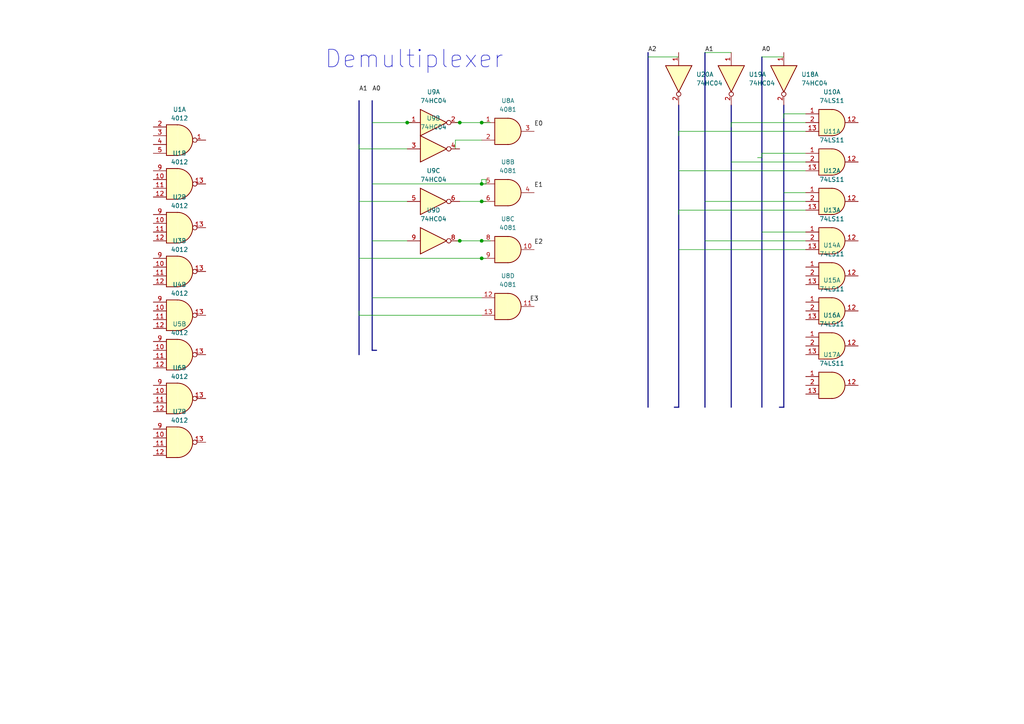
<source format=kicad_sch>
(kicad_sch (version 20250114) (generator "eeschema") (generator_version "9.0")
  (paper "A4")
  (lib_symbols
    (symbol "4xxx:4012" (pin_names (offset 1.016))
      (property "Reference" "U" (at 0 1.27 0))
      (property "Value" "4012" (at 0 -1.27 0))
      (symbol "4012_1_1"
        (arc (start -0.635 4.445) (mid 3.7907 0) (end -0.635 -4.445) (stroke (width 0.254)) (fill (type background)))
        (polyline (pts (xy -0.635 4.445) (xy -3.81 4.445) (xy -3.81 -4.445) (xy -0.635 -4.445)) (stroke (width 0.254)) (fill (type background)))
        (pin input line (at -7.62 3.81 0) (length 3.81) (name "~") (number "2"))
        (pin input line (at -7.62 1.27 0) (length 3.81) (name "~") (number "3"))
        (pin input line (at -7.62 -1.27 0) (length 3.81) (name "~") (number "4"))
        (pin input line (at -7.62 -3.81 0) (length 3.81) (name "~") (number "5"))
        (pin output inverted (at 7.62 0 180) (length 3.81) (name "~") (number "1"))
      )
      (symbol "4012_1_2"
        (arc (start -3.81 4.445) (mid -2.5908 0) (end -3.81 -4.445) (stroke (width 0.254)))
        (polyline (pts (xy -3.81 4.445) (xy -0.635 4.445)) (stroke (width 0.254)) (fill (type background)))
        (polyline (pts (xy -3.81 -4.445) (xy -0.635 -4.445)) (stroke (width 0.254)) (fill (type background)))
        (arc (start -0.6096 4.445) (mid 2.2198 2.8385) (end 3.81 0) (stroke (width 0.254)) (fill (type background)))
        (arc (start 3.81 0) (mid 2.224 -2.8428) (end -0.6096 -4.445) (stroke (width 0.254)) (fill (type background)))
        (polyline (pts (xy -0.635 4.445) (xy -3.81 4.445) (xy -3.81 4.445) (xy -3.6322 4.0894) (xy -3.0988 2.921) (xy -2.7686 1.6764) (xy -2.6162 0.4318) (xy -2.6416 -0.8636) (xy -2.8702 -2.1082) (xy -3.2512 -3.3274) (xy -3.81 -4.445) (xy -3.81 -4.445) (xy -0.635 -4.445)) (stroke (width -25.4)) (fill (type background)))
        (pin input inverted (at -7.62 3.81 0) (length 3.81) (name "~") (number "2"))
        (pin input inverted (at -7.62 1.27 0) (length 4.826) (name "~") (number "3"))
        (pin input inverted (at -7.62 -1.27 0) (length 4.826) (name "~") (number "4"))
        (pin input inverted (at -7.62 -3.81 0) (length 3.81) (name "~") (number "5"))
        (pin output line (at 7.62 0 180) (length 3.81) (name "~") (number "1"))
      )
      (symbol "4012_2_1"
        (arc (start -0.635 4.445) (mid 3.7907 0) (end -0.635 -4.445) (stroke (width 0.254)) (fill (type background)))
        (polyline (pts (xy -0.635 4.445) (xy -3.81 4.445) (xy -3.81 -4.445) (xy -0.635 -4.445)) (stroke (width 0.254)) (fill (type background)))
        (pin input line (at -7.62 3.81 0) (length 3.81) (name "~") (number "9"))
        (pin input line (at -7.62 1.27 0) (length 3.81) (name "~") (number "10"))
        (pin input line (at -7.62 -1.27 0) (length 3.81) (name "~") (number "11"))
        (pin input line (at -7.62 -3.81 0) (length 3.81) (name "~") (number "12"))
        (pin output inverted (at 7.62 0 180) (length 3.81) (name "~") (number "13"))
      )
      (symbol "4012_2_2"
        (arc (start -3.81 4.445) (mid -2.5908 0) (end -3.81 -4.445) (stroke (width 0.254)))
        (polyline (pts (xy -3.81 4.445) (xy -0.635 4.445)) (stroke (width 0.254)) (fill (type background)))
        (polyline (pts (xy -3.81 -4.445) (xy -0.635 -4.445)) (stroke (width 0.254)) (fill (type background)))
        (arc (start -0.6096 4.445) (mid 2.2198 2.8385) (end 3.81 0) (stroke (width 0.254)) (fill (type background)))
        (arc (start 3.81 0) (mid 2.224 -2.8428) (end -0.6096 -4.445) (stroke (width 0.254)) (fill (type background)))
        (polyline (pts (xy -0.635 4.445) (xy -3.81 4.445) (xy -3.81 4.445) (xy -3.6322 4.0894) (xy -3.0988 2.921) (xy -2.7686 1.6764) (xy -2.6162 0.4318) (xy -2.6416 -0.8636) (xy -2.8702 -2.1082) (xy -3.2512 -3.3274) (xy -3.81 -4.445) (xy -3.81 -4.445) (xy -0.635 -4.445)) (stroke (width -25.4)) (fill (type background)))
        (pin input inverted (at -7.62 3.81 0) (length 3.81) (name "~") (number "9"))
        (pin input inverted (at -7.62 1.27 0) (length 4.826) (name "~") (number "10"))
        (pin input inverted (at -7.62 -1.27 0) (length 4.826) (name "~") (number "11"))
        (pin input inverted (at -7.62 -3.81 0) (length 3.81) (name "~") (number "12"))
        (pin output line (at 7.62 0 180) (length 3.81) (name "~") (number "13"))
      )
      (symbol "4012_3_0"
        (pin power_in line (at 0 12.7 270) (length 5.08) (name "VDD") (number "14"))
        (pin power_in line (at 0 -12.7 90) (length 5.08) (name "VSS") (number "7"))
      )
      (symbol "4012_3_1"
        (rectangle (start -5.08 7.62) (end 5.08 -7.62) (stroke (width 0.254)) (fill (type background)))
      )
    )
    (symbol "4xxx:4081" (pin_names (offset 1.016))
      (property "Reference" "U" (at 0 1.27 0))
      (property "Value" "4081" (at 0 -1.27 0))
      (symbol "4081_1_1"
        (arc (start 0 3.81) (mid 3.7934 0) (end 0 -3.81) (stroke (width 0.254)) (fill (type background)))
        (polyline (pts (xy 0 3.81) (xy -3.81 3.81) (xy -3.81 -3.81) (xy 0 -3.81)) (stroke (width 0.254)) (fill (type background)))
        (pin input line (at -7.62 2.54 0) (length 3.81) (name "~") (number "1"))
        (pin input line (at -7.62 -2.54 0) (length 3.81) (name "~") (number "2"))
        (pin output line (at 7.62 0 180) (length 3.81) (name "~") (number "3"))
      )
      (symbol "4081_1_2"
        (arc (start -3.81 3.81) (mid -2.589 0) (end -3.81 -3.81) (stroke (width 0.254)))
        (polyline (pts (xy -3.81 3.81) (xy -0.635 3.81)) (stroke (width 0.254)) (fill (type background)))
        (polyline (pts (xy -3.81 -3.81) (xy -0.635 -3.81)) (stroke (width 0.254)) (fill (type background)))
        (arc (start 3.81 0) (mid 2.1855 -2.584) (end -0.6096 -3.81) (stroke (width 0.254)) (fill (type background)))
        (arc (start -0.6096 3.81) (mid 2.1928 2.5924) (end 3.81 0) (stroke (width 0.254)) (fill (type background)))
        (polyline (pts (xy -0.635 3.81) (xy -3.81 3.81) (xy -3.81 3.81) (xy -3.556 3.4036) (xy -3.0226 2.2606) (xy -2.6924 1.0414) (xy -2.6162 -0.254) (xy -2.7686 -1.4986) (xy -3.175 -2.7178) (xy -3.81 -3.81) (xy -3.81 -3.81) (xy -0.635 -3.81)) (stroke (width -25.4)) (fill (type background)))
        (pin input inverted (at -7.62 2.54 0) (length 4.318) (name "~") (number "1"))
        (pin input inverted (at -7.62 -2.54 0) (length 4.318) (name "~") (number "2"))
        (pin output inverted (at 7.62 0 180) (length 3.81) (name "~") (number "3"))
      )
      (symbol "4081_2_1"
        (arc (start 0 3.81) (mid 3.7934 0) (end 0 -3.81) (stroke (width 0.254)) (fill (type background)))
        (polyline (pts (xy 0 3.81) (xy -3.81 3.81) (xy -3.81 -3.81) (xy 0 -3.81)) (stroke (width 0.254)) (fill (type background)))
        (pin input line (at -7.62 2.54 0) (length 3.81) (name "~") (number "5"))
        (pin input line (at -7.62 -2.54 0) (length 3.81) (name "~") (number "6"))
        (pin output line (at 7.62 0 180) (length 3.81) (name "~") (number "4"))
      )
      (symbol "4081_2_2"
        (arc (start -3.81 3.81) (mid -2.589 0) (end -3.81 -3.81) (stroke (width 0.254)))
        (polyline (pts (xy -3.81 3.81) (xy -0.635 3.81)) (stroke (width 0.254)) (fill (type background)))
        (polyline (pts (xy -3.81 -3.81) (xy -0.635 -3.81)) (stroke (width 0.254)) (fill (type background)))
        (arc (start 3.81 0) (mid 2.1855 -2.584) (end -0.6096 -3.81) (stroke (width 0.254)) (fill (type background)))
        (arc (start -0.6096 3.81) (mid 2.1928 2.5924) (end 3.81 0) (stroke (width 0.254)) (fill (type background)))
        (polyline (pts (xy -0.635 3.81) (xy -3.81 3.81) (xy -3.81 3.81) (xy -3.556 3.4036) (xy -3.0226 2.2606) (xy -2.6924 1.0414) (xy -2.6162 -0.254) (xy -2.7686 -1.4986) (xy -3.175 -2.7178) (xy -3.81 -3.81) (xy -3.81 -3.81) (xy -0.635 -3.81)) (stroke (width -25.4)) (fill (type background)))
        (pin input inverted (at -7.62 2.54 0) (length 4.318) (name "~") (number "5"))
        (pin input inverted (at -7.62 -2.54 0) (length 4.318) (name "~") (number "6"))
        (pin output inverted (at 7.62 0 180) (length 3.81) (name "~") (number "4"))
      )
      (symbol "4081_3_1"
        (arc (start 0 3.81) (mid 3.7934 0) (end 0 -3.81) (stroke (width 0.254)) (fill (type background)))
        (polyline (pts (xy 0 3.81) (xy -3.81 3.81) (xy -3.81 -3.81) (xy 0 -3.81)) (stroke (width 0.254)) (fill (type background)))
        (pin input line (at -7.62 2.54 0) (length 3.81) (name "~") (number "8"))
        (pin input line (at -7.62 -2.54 0) (length 3.81) (name "~") (number "9"))
        (pin output line (at 7.62 0 180) (length 3.81) (name "~") (number "10"))
      )
      (symbol "4081_3_2"
        (arc (start -3.81 3.81) (mid -2.589 0) (end -3.81 -3.81) (stroke (width 0.254)))
        (polyline (pts (xy -3.81 3.81) (xy -0.635 3.81)) (stroke (width 0.254)) (fill (type background)))
        (polyline (pts (xy -3.81 -3.81) (xy -0.635 -3.81)) (stroke (width 0.254)) (fill (type background)))
        (arc (start 3.81 0) (mid 2.1855 -2.584) (end -0.6096 -3.81) (stroke (width 0.254)) (fill (type background)))
        (arc (start -0.6096 3.81) (mid 2.1928 2.5924) (end 3.81 0) (stroke (width 0.254)) (fill (type background)))
        (polyline (pts (xy -0.635 3.81) (xy -3.81 3.81) (xy -3.81 3.81) (xy -3.556 3.4036) (xy -3.0226 2.2606) (xy -2.6924 1.0414) (xy -2.6162 -0.254) (xy -2.7686 -1.4986) (xy -3.175 -2.7178) (xy -3.81 -3.81) (xy -3.81 -3.81) (xy -0.635 -3.81)) (stroke (width -25.4)) (fill (type background)))
        (pin input inverted (at -7.62 2.54 0) (length 4.318) (name "~") (number "8"))
        (pin input inverted (at -7.62 -2.54 0) (length 4.318) (name "~") (number "9"))
        (pin output inverted (at 7.62 0 180) (length 3.81) (name "~") (number "10"))
      )
      (symbol "4081_4_1"
        (arc (start 0 3.81) (mid 3.7934 0) (end 0 -3.81) (stroke (width 0.254)) (fill (type background)))
        (polyline (pts (xy 0 3.81) (xy -3.81 3.81) (xy -3.81 -3.81) (xy 0 -3.81)) (stroke (width 0.254)) (fill (type background)))
        (pin input line (at -7.62 2.54 0) (length 3.81) (name "~") (number "12"))
        (pin input line (at -7.62 -2.54 0) (length 3.81) (name "~") (number "13"))
        (pin output line (at 7.62 0 180) (length 3.81) (name "~") (number "11"))
      )
      (symbol "4081_4_2"
        (arc (start -3.81 3.81) (mid -2.589 0) (end -3.81 -3.81) (stroke (width 0.254)))
        (polyline (pts (xy -3.81 3.81) (xy -0.635 3.81)) (stroke (width 0.254)) (fill (type background)))
        (polyline (pts (xy -3.81 -3.81) (xy -0.635 -3.81)) (stroke (width 0.254)) (fill (type background)))
        (arc (start 3.81 0) (mid 2.1855 -2.584) (end -0.6096 -3.81) (stroke (width 0.254)) (fill (type background)))
        (arc (start -0.6096 3.81) (mid 2.1928 2.5924) (end 3.81 0) (stroke (width 0.254)) (fill (type background)))
        (polyline (pts (xy -0.635 3.81) (xy -3.81 3.81) (xy -3.81 3.81) (xy -3.556 3.4036) (xy -3.0226 2.2606) (xy -2.6924 1.0414) (xy -2.6162 -0.254) (xy -2.7686 -1.4986) (xy -3.175 -2.7178) (xy -3.81 -3.81) (xy -3.81 -3.81) (xy -0.635 -3.81)) (stroke (width -25.4)) (fill (type background)))
        (pin input inverted (at -7.62 2.54 0) (length 4.318) (name "~") (number "12"))
        (pin input inverted (at -7.62 -2.54 0) (length 4.318) (name "~") (number "13"))
        (pin output inverted (at 7.62 0 180) (length 3.81) (name "~") (number "11"))
      )
      (symbol "4081_5_0"
        (pin power_in line (at 0 12.7 270) (length 5.08) (name "VDD") (number "14"))
        (pin power_in line (at 0 -12.7 90) (length 5.08) (name "VSS") (number "7"))
      )
      (symbol "4081_5_1"
        (rectangle (start -5.08 7.62) (end 5.08 -7.62) (stroke (width 0.254)) (fill (type background)))
      )
    )
    (symbol "74xx:74HC04"
      (property "Reference" "U" (at 0 1.27 0))
      (property "Value" "74HC04" (at 0 -1.27 0))
      (symbol "74HC04_1_0"
        (polyline (pts (xy -3.81 3.81) (xy -3.81 -3.81) (xy 3.81 0) (xy -3.81 3.81)) (stroke (width 0.254)) (fill (type background)))
        (pin input line (at -7.62 0 0) (length 3.81) (name "~") (number "1"))
        (pin output inverted (at 7.62 0 180) (length 3.81) (name "~") (number "2"))
      )
      (symbol "74HC04_2_0"
        (polyline (pts (xy -3.81 3.81) (xy -3.81 -3.81) (xy 3.81 0) (xy -3.81 3.81)) (stroke (width 0.254)) (fill (type background)))
        (pin input line (at -7.62 0 0) (length 3.81) (name "~") (number "3"))
        (pin output inverted (at 7.62 0 180) (length 3.81) (name "~") (number "4"))
      )
      (symbol "74HC04_3_0"
        (polyline (pts (xy -3.81 3.81) (xy -3.81 -3.81) (xy 3.81 0) (xy -3.81 3.81)) (stroke (width 0.254)) (fill (type background)))
        (pin input line (at -7.62 0 0) (length 3.81) (name "~") (number "5"))
        (pin output inverted (at 7.62 0 180) (length 3.81) (name "~") (number "6"))
      )
      (symbol "74HC04_4_0"
        (polyline (pts (xy -3.81 3.81) (xy -3.81 -3.81) (xy 3.81 0) (xy -3.81 3.81)) (stroke (width 0.254)) (fill (type background)))
        (pin input line (at -7.62 0 0) (length 3.81) (name "~") (number "9"))
        (pin output inverted (at 7.62 0 180) (length 3.81) (name "~") (number "8"))
      )
      (symbol "74HC04_5_0"
        (polyline (pts (xy -3.81 3.81) (xy -3.81 -3.81) (xy 3.81 0) (xy -3.81 3.81)) (stroke (width 0.254)) (fill (type background)))
        (pin input line (at -7.62 0 0) (length 3.81) (name "~") (number "11"))
        (pin output inverted (at 7.62 0 180) (length 3.81) (name "~") (number "10"))
      )
      (symbol "74HC04_6_0"
        (polyline (pts (xy -3.81 3.81) (xy -3.81 -3.81) (xy 3.81 0) (xy -3.81 3.81)) (stroke (width 0.254)) (fill (type background)))
        (pin input line (at -7.62 0 0) (length 3.81) (name "~") (number "13"))
        (pin output inverted (at 7.62 0 180) (length 3.81) (name "~") (number "12"))
      )
      (symbol "74HC04_7_0"
        (pin power_in line (at 0 12.7 270) (length 5.08) (name "VCC") (number "14"))
        (pin power_in line (at 0 -12.7 90) (length 5.08) (name "GND") (number "7"))
      )
      (symbol "74HC04_7_1"
        (rectangle (start -5.08 7.62) (end 5.08 -7.62) (stroke (width 0.254)) (fill (type background)))
      )
    )
    (symbol "74xx:74LS11" (pin_names (offset 1.016))
      (property "Reference" "U" (at 0 1.27 0))
      (property "Value" "74LS11" (at 0 -1.27 0))
      (symbol "74LS11_1_1"
        (arc (start 0 3.81) (mid 3.7934 0) (end 0 -3.81) (stroke (width 0.254)) (fill (type background)))
        (polyline (pts (xy 0 3.81) (xy -3.81 3.81) (xy -3.81 -3.81) (xy 0 -3.81)) (stroke (width 0.254)) (fill (type background)))
        (pin input line (at -7.62 2.54 0) (length 3.81) (name "~") (number "1"))
        (pin input line (at -7.62 0 0) (length 3.81) (name "~") (number "2"))
        (pin input line (at -7.62 -2.54 0) (length 3.81) (name "~") (number "13"))
        (pin output line (at 7.62 0 180) (length 3.81) (name "~") (number "12"))
      )
      (symbol "74LS11_1_2"
        (arc (start -3.81 3.81) (mid -2.589 0) (end -3.81 -3.81) (stroke (width 0.254)))
        (polyline (pts (xy -3.81 3.81) (xy -0.635 3.81)) (stroke (width 0.254)) (fill (type background)))
        (polyline (pts (xy -3.81 -3.81) (xy -0.635 -3.81)) (stroke (width 0.254)) (fill (type background)))
        (arc (start 3.81 0) (mid 2.1855 -2.584) (end -0.6096 -3.81) (stroke (width 0.254)) (fill (type background)))
        (arc (start -0.6096 3.81) (mid 2.1928 2.5924) (end 3.81 0) (stroke (width 0.254)) (fill (type background)))
        (polyline (pts (xy -0.635 3.81) (xy -3.81 3.81) (xy -3.81 3.81) (xy -3.556 3.4036) (xy -3.0226 2.2606) (xy -2.6924 1.0414) (xy -2.6162 -0.254) (xy -2.7686 -1.4986) (xy -3.175 -2.7178) (xy -3.81 -3.81) (xy -3.81 -3.81) (xy -0.635 -3.81)) (stroke (width -25.4)) (fill (type background)))
        (pin input inverted (at -7.62 2.54 0) (length 4.318) (name "~") (number "1"))
        (pin input inverted (at -7.62 0 0) (length 4.953) (name "~") (number "2"))
        (pin input inverted (at -7.62 -2.54 0) (length 4.318) (name "~") (number "13"))
        (pin output inverted (at 7.62 0 180) (length 3.81) (name "~") (number "12"))
      )
      (symbol "74LS11_2_1"
        (arc (start 0 3.81) (mid 3.7934 0) (end 0 -3.81) (stroke (width 0.254)) (fill (type background)))
        (polyline (pts (xy 0 3.81) (xy -3.81 3.81) (xy -3.81 -3.81) (xy 0 -3.81)) (stroke (width 0.254)) (fill (type background)))
        (pin input line (at -7.62 2.54 0) (length 3.81) (name "~") (number "3"))
        (pin input line (at -7.62 0 0) (length 3.81) (name "~") (number "4"))
        (pin input line (at -7.62 -2.54 0) (length 3.81) (name "~") (number "5"))
        (pin output line (at 7.62 0 180) (length 3.81) (name "~") (number "6"))
      )
      (symbol "74LS11_2_2"
        (arc (start -3.81 3.81) (mid -2.589 0) (end -3.81 -3.81) (stroke (width 0.254)))
        (polyline (pts (xy -3.81 3.81) (xy -0.635 3.81)) (stroke (width 0.254)) (fill (type background)))
        (polyline (pts (xy -3.81 -3.81) (xy -0.635 -3.81)) (stroke (width 0.254)) (fill (type background)))
        (arc (start 3.81 0) (mid 2.1855 -2.584) (end -0.6096 -3.81) (stroke (width 0.254)) (fill (type background)))
        (arc (start -0.6096 3.81) (mid 2.1928 2.5924) (end 3.81 0) (stroke (width 0.254)) (fill (type background)))
        (polyline (pts (xy -0.635 3.81) (xy -3.81 3.81) (xy -3.81 3.81) (xy -3.556 3.4036) (xy -3.0226 2.2606) (xy -2.6924 1.0414) (xy -2.6162 -0.254) (xy -2.7686 -1.4986) (xy -3.175 -2.7178) (xy -3.81 -3.81) (xy -3.81 -3.81) (xy -0.635 -3.81)) (stroke (width -25.4)) (fill (type background)))
        (pin input inverted (at -7.62 2.54 0) (length 4.318) (name "~") (number "3"))
        (pin input inverted (at -7.62 0 0) (length 4.953) (name "~") (number "4"))
        (pin input inverted (at -7.62 -2.54 0) (length 4.318) (name "~") (number "5"))
        (pin output inverted (at 7.62 0 180) (length 3.81) (name "~") (number "6"))
      )
      (symbol "74LS11_3_1"
        (arc (start 0 3.81) (mid 3.7934 0) (end 0 -3.81) (stroke (width 0.254)) (fill (type background)))
        (polyline (pts (xy 0 3.81) (xy -3.81 3.81) (xy -3.81 -3.81) (xy 0 -3.81)) (stroke (width 0.254)) (fill (type background)))
        (pin input line (at -7.62 2.54 0) (length 3.81) (name "~") (number "9"))
        (pin input line (at -7.62 0 0) (length 3.81) (name "~") (number "10"))
        (pin input line (at -7.62 -2.54 0) (length 3.81) (name "~") (number "11"))
        (pin output line (at 7.62 0 180) (length 3.81) (name "~") (number "8"))
      )
      (symbol "74LS11_3_2"
        (arc (start -3.81 3.81) (mid -2.589 0) (end -3.81 -3.81) (stroke (width 0.254)))
        (polyline (pts (xy -3.81 3.81) (xy -0.635 3.81)) (stroke (width 0.254)) (fill (type background)))
        (polyline (pts (xy -3.81 -3.81) (xy -0.635 -3.81)) (stroke (width 0.254)) (fill (type background)))
        (arc (start 3.81 0) (mid 2.1855 -2.584) (end -0.6096 -3.81) (stroke (width 0.254)) (fill (type background)))
        (arc (start -0.6096 3.81) (mid 2.1928 2.5924) (end 3.81 0) (stroke (width 0.254)) (fill (type background)))
        (polyline (pts (xy -0.635 3.81) (xy -3.81 3.81) (xy -3.81 3.81) (xy -3.556 3.4036) (xy -3.0226 2.2606) (xy -2.6924 1.0414) (xy -2.6162 -0.254) (xy -2.7686 -1.4986) (xy -3.175 -2.7178) (xy -3.81 -3.81) (xy -3.81 -3.81) (xy -0.635 -3.81)) (stroke (width -25.4)) (fill (type background)))
        (pin input inverted (at -7.62 2.54 0) (length 4.318) (name "~") (number "9"))
        (pin input inverted (at -7.62 0 0) (length 4.953) (name "~") (number "10"))
        (pin input inverted (at -7.62 -2.54 0) (length 4.318) (name "~") (number "11"))
        (pin output inverted (at 7.62 0 180) (length 3.81) (name "~") (number "8"))
      )
      (symbol "74LS11_4_0"
        (pin power_in line (at 0 12.7 270) (length 5.08) (name "VCC") (number "14"))
        (pin power_in line (at 0 -12.7 90) (length 5.08) (name "GND") (number "7"))
      )
      (symbol "74LS11_4_1"
        (rectangle (start -5.08 7.62) (end 5.08 -7.62) (stroke (width 0.254)) (fill (type background)))
      )
    )
  )
  (text "Demultiplexer\n" (at 120.142 17.272 0) (effects (font (size 5.08 5.08))))
  (junction (at 139.7 53.34))
  (junction (at 118.11 35.56))
  (junction (at 139.7 35.56))
  (junction (at 139.7 69.85))
  (junction (at 133.35 35.56))
  (junction (at 139.7 74.93))
  (junction (at 133.35 69.85))
  (junction (at 139.7 58.42))
  (bus (pts (xy 104.14 29.21) (xy 104.14 102.87)))
  (wire (pts (xy 132.08 40.64) (xy 132.08 43.18)))
  (bus (pts (xy 107.95 101.6) (xy 109.22 101.6)))
  (wire (pts (xy 139.7 35.56) (xy 142.24 35.56)))
  (wire (pts (xy 107.95 35.56) (xy 118.11 35.56)))
  (wire (pts (xy 139.7 53.34) (xy 140.97 53.34)))
  (wire (pts (xy 212.09 46.99) (xy 233.68 46.99)))
  (wire (pts (xy 133.35 69.85) (xy 139.7 69.85)))
  (wire (pts (xy 139.7 40.64) (xy 132.08 40.64)))
  (wire (pts (xy 132.08 69.85) (xy 133.35 69.85)))
  (bus (pts (xy 227.33 30.48) (xy 227.33 118.11)))
  (wire (pts (xy 107.95 69.85) (xy 118.11 69.85)))
  (wire (pts (xy 139.7 58.42) (xy 140.97 58.42)))
  (bus (pts (xy 107.95 29.21) (xy 107.95 101.6)))
  (wire (pts (xy 227.33 55.88) (xy 233.68 55.88)))
  (wire (pts (xy 139.7 52.07) (xy 139.7 53.34)))
  (wire (pts (xy 233.68 44.45) (xy 220.98 44.45)))
  (wire (pts (xy 227.33 33.02) (xy 227.33 34.29)))
  (wire (pts (xy 118.11 43.18) (xy 104.14 43.18)))
  (wire (pts (xy 196.85 72.39) (xy 233.68 72.39)))
  (wire (pts (xy 140.97 53.34) (xy 140.97 52.07)))
  (wire (pts (xy 140.97 52.07) (xy 139.7 52.07)))
  (wire (pts (xy 133.35 35.56) (xy 139.7 35.56)))
  (wire (pts (xy 220.98 16.51) (xy 227.33 16.51)))
  (wire (pts (xy 196.85 38.1) (xy 196.85 39.37)))
  (wire (pts (xy 220.98 44.45) (xy 220.98 45.72)))
  (wire (pts (xy 139.7 74.93) (xy 140.97 74.93)))
  (wire (pts (xy 219.71 45.72) (xy 220.98 45.72)))
  (bus (pts (xy 226.06 118.11) (xy 227.33 118.11)))
  (wire (pts (xy 139.7 69.85) (xy 142.24 69.85)))
  (wire (pts (xy 187.96 16.51) (xy 196.85 16.51)))
  (wire (pts (xy 204.47 15.24) (xy 212.09 15.24)))
  (wire (pts (xy 104.14 74.93) (xy 139.7 74.93)))
  (wire (pts (xy 233.68 60.96) (xy 196.85 60.96)))
  (bus (pts (xy 187.96 15.24) (xy 187.96 118.11)))
  (wire (pts (xy 233.68 35.56) (xy 212.09 35.56)))
  (bus (pts (xy 196.85 30.48) (xy 196.85 118.11)))
  (wire (pts (xy 233.68 38.1) (xy 196.85 38.1)))
  (wire (pts (xy 139.7 91.44) (xy 104.14 91.44)))
  (wire (pts (xy 104.14 90.17) (xy 104.14 91.44)))
  (wire (pts (xy 107.95 53.34) (xy 139.7 53.34)))
  (wire (pts (xy 104.14 58.42) (xy 118.11 58.42)))
  (bus (pts (xy 212.09 30.48) (xy 212.09 118.11)))
  (wire (pts (xy 204.47 69.85) (xy 233.68 69.85)))
  (wire (pts (xy 196.85 49.53) (xy 233.68 49.53)))
  (wire (pts (xy 220.98 67.31) (xy 233.68 67.31)))
  (wire (pts (xy 196.85 60.96) (xy 196.85 62.23)))
  (bus (pts (xy 204.47 15.24) (xy 204.47 118.11)))
  (wire (pts (xy 133.35 58.42) (xy 139.7 58.42)))
  (wire (pts (xy 107.95 86.36) (xy 139.7 86.36)))
  (bus (pts (xy 220.98 16.51) (xy 220.98 118.11)))
  (bus (pts (xy 195.58 118.11) (xy 196.85 118.11)))
  (wire (pts (xy 132.08 35.56) (xy 133.35 35.56)))
  (wire (pts (xy 104.14 41.91) (xy 104.14 43.18)))
  (wire (pts (xy 233.68 33.02) (xy 227.33 33.02)))
  (wire (pts (xy 204.47 58.42) (xy 233.68 58.42)))
  (wire (pts (xy 118.11 35.56) (xy 119.38 35.56)))
  (wire (pts (xy 212.09 35.56) (xy 212.09 36.83)))
  (label "E1" (at 154.94 54.61 0))
  (label "A2" (at 187.96 15.24 0))
  (label "A1" (at 104.14 26.67 0))
  (label "E2" (at 154.94 71.12 0))
  (label "A0" (at 220.98 15.24 0))
  (label "E0" (at 154.94 36.83 0))
  (label "A1" (at 204.47 15.24 0))
  (label "E3" (at 153.67 87.63 0))
  (label "A0" (at 107.95 26.67 0))
  (symbol (lib_id "74xx:74LS11") (at 241.3 46.99 0) (unit 1)
    (property "Reference" "U11" (at 241.2917 38.1 0))
    (property "Value" "74LS11" (at 241.2917 40.64 0))
    (property "Datasheet" "http://www.ti.com/lit/gpn/sn74LS11" (effects (hide yes)))
    (property "Description" "Triple 3-input AND" (effects (hide yes)))
  )
  (symbol (lib_id "4xxx:4081") (at 147.32 55.88 0) (unit 2)
    (property "Reference" "U8" (at 147.3117 46.99 0))
    (property "Value" "4081" (at 147.3117 49.53 0))
    (property "Datasheet" "http://www.intersil.com/content/dam/Intersil/documents/cd40/cd4073bms-81bms-82bms.pdf" (effects (hide yes)))
    (property "Description" "Quad And 2 inputs" (effects (hide yes)))
  )
  (symbol (lib_id "4xxx:4081") (at 147.32 72.39 0) (unit 3)
    (property "Reference" "U8" (at 147.3117 63.5 0))
    (property "Value" "4081" (at 147.3117 66.04 0))
    (property "Datasheet" "http://www.intersil.com/content/dam/Intersil/documents/cd40/cd4073bms-81bms-82bms.pdf" (effects (hide yes)))
    (property "Description" "Quad And 2 inputs" (effects (hide yes)))
  )
  (symbol (lib_id "74xx:74LS11") (at 241.3 100.33 0) (unit 1)
    (property "Reference" "U16" (at 241.2917 91.44 0))
    (property "Value" "74LS11" (at 241.2917 93.98 0))
    (property "Datasheet" "http://www.ti.com/lit/gpn/sn74LS11" (effects (hide yes)))
    (property "Description" "Triple 3-input AND" (effects (hide yes)))
  )
  (symbol (lib_id "4xxx:4012") (at 52.07 91.44 0) (unit 2)
    (property "Reference" "U4" (at 52.0603 82.55 0))
    (property "Value" "4012" (at 52.0603 85.09 0))
    (property "Datasheet" "http://www.intersil.com/content/dam/Intersil/documents/cd40/cd4011bms-12bms-23bms.pdf" (effects (hide yes)))
    (property "Description" "Dual 4 inputs Nand" (effects (hide yes)))
  )
  (symbol (lib_id "4xxx:4012") (at 52.07 66.04 0) (unit 2)
    (property "Reference" "U2" (at 52.0603 57.15 0))
    (property "Value" "4012" (at 52.0603 59.69 0))
    (property "Datasheet" "http://www.intersil.com/content/dam/Intersil/documents/cd40/cd4011bms-12bms-23bms.pdf" (effects (hide yes)))
    (property "Description" "Dual 4 inputs Nand" (effects (hide yes)))
  )
  (symbol (lib_id "74xx:74LS11") (at 241.3 69.85 0) (unit 1)
    (property "Reference" "U13" (at 241.2917 60.96 0))
    (property "Value" "74LS11" (at 241.2917 63.5 0))
    (property "Datasheet" "http://www.ti.com/lit/gpn/sn74LS11" (effects (hide yes)))
    (property "Description" "Triple 3-input AND" (effects (hide yes)))
  )
  (symbol (lib_id "4xxx:4081") (at 147.32 38.1 0) (unit 1)
    (property "Reference" "U8" (at 147.3117 29.21 0))
    (property "Value" "4081" (at 147.3117 31.75 0))
    (property "Datasheet" "http://www.intersil.com/content/dam/Intersil/documents/cd40/cd4073bms-81bms-82bms.pdf" (effects (hide yes)))
    (property "Description" "Quad And 2 inputs" (effects (hide yes)))
  )
  (symbol (lib_id "4xxx:4012") (at 52.07 128.27 0) (unit 2)
    (property "Reference" "U7" (at 52.0603 119.38 0))
    (property "Value" "4012" (at 52.0603 121.92 0))
    (property "Datasheet" "http://www.intersil.com/content/dam/Intersil/documents/cd40/cd4011bms-12bms-23bms.pdf" (effects (hide yes)))
    (property "Description" "Dual 4 inputs Nand" (effects (hide yes)))
  )
  (symbol (lib_id "74xx:74HC04") (at 227.33 22.86 270) (unit 1)
    (property "Reference" "U18" (at 232.41 21.5899 90) (effects (justify left)))
    (property "Value" "74HC04" (at 232.41 24.1299 90) (effects (justify left)))
    (property "Datasheet" "https://assets.nexperia.com/documents/data-sheet/74HC_HCT04.pdf" (effects (hide yes)))
    (property "Description" "Hex Inverter" (effects (hide yes)))
  )
  (symbol (lib_id "4xxx:4012") (at 52.07 53.34 0) (unit 2)
    (property "Reference" "U1" (at 52.0603 44.45 0))
    (property "Value" "4012" (at 52.0603 46.99 0))
    (property "Datasheet" "http://www.intersil.com/content/dam/Intersil/documents/cd40/cd4011bms-12bms-23bms.pdf" (effects (hide yes)))
    (property "Description" "Dual 4 inputs Nand" (effects (hide yes)))
  )
  (symbol (lib_id "4xxx:4012") (at 52.07 102.87 0) (unit 2)
    (property "Reference" "U5" (at 52.0603 93.98 0))
    (property "Value" "4012" (at 52.0603 96.52 0))
    (property "Datasheet" "http://www.intersil.com/content/dam/Intersil/documents/cd40/cd4011bms-12bms-23bms.pdf" (effects (hide yes)))
    (property "Description" "Dual 4 inputs Nand" (effects (hide yes)))
  )
  (symbol (lib_id "4xxx:4012") (at 52.07 78.74 0) (unit 2)
    (property "Reference" "U3" (at 52.0603 69.85 0))
    (property "Value" "4012" (at 52.0603 72.39 0))
    (property "Datasheet" "http://www.intersil.com/content/dam/Intersil/documents/cd40/cd4011bms-12bms-23bms.pdf" (effects (hide yes)))
    (property "Description" "Dual 4 inputs Nand" (effects (hide yes)))
  )
  (symbol (lib_id "74xx:74HC04") (at 125.73 69.85 0) (unit 4)
    (property "Reference" "U9" (at 125.73 60.96 0))
    (property "Value" "74HC04" (at 125.73 63.5 0))
    (property "Datasheet" "https://assets.nexperia.com/documents/data-sheet/74HC_HCT04.pdf" (effects (hide yes)))
    (property "Description" "Hex Inverter" (effects (hide yes)))
  )
  (symbol (lib_id "4xxx:4012") (at 52.07 40.64 0) (unit 1)
    (property "Reference" "U1" (at 52.0603 31.75 0))
    (property "Value" "4012" (at 52.0603 34.29 0))
    (property "Datasheet" "http://www.intersil.com/content/dam/Intersil/documents/cd40/cd4011bms-12bms-23bms.pdf" (effects (hide yes)))
    (property "Description" "Dual 4 inputs Nand" (effects (hide yes)))
  )
  (symbol (lib_id "74xx:74LS11") (at 241.3 58.42 0) (unit 1)
    (property "Reference" "U12" (at 241.2917 49.53 0))
    (property "Value" "74LS11" (at 241.2917 52.07 0))
    (property "Datasheet" "http://www.ti.com/lit/gpn/sn74LS11" (effects (hide yes)))
    (property "Description" "Triple 3-input AND" (effects (hide yes)))
  )
  (symbol (lib_id "4xxx:4012") (at 52.07 115.57 0) (unit 2)
    (property "Reference" "U6" (at 52.0603 106.68 0))
    (property "Value" "4012" (at 52.0603 109.22 0))
    (property "Datasheet" "http://www.intersil.com/content/dam/Intersil/documents/cd40/cd4011bms-12bms-23bms.pdf" (effects (hide yes)))
    (property "Description" "Dual 4 inputs Nand" (effects (hide yes)))
  )
  (symbol (lib_id "74xx:74HC04") (at 125.73 58.42 0) (unit 3)
    (property "Reference" "U9" (at 125.73 49.53 0))
    (property "Value" "74HC04" (at 125.73 52.07 0))
    (property "Datasheet" "https://assets.nexperia.com/documents/data-sheet/74HC_HCT04.pdf" (effects (hide yes)))
    (property "Description" "Hex Inverter" (effects (hide yes)))
  )
  (symbol (lib_id "4xxx:4081") (at 147.32 88.9 0) (unit 4)
    (property "Reference" "U8" (at 147.3117 80.01 0))
    (property "Value" "4081" (at 147.3117 82.55 0))
    (property "Datasheet" "http://www.intersil.com/content/dam/Intersil/documents/cd40/cd4073bms-81bms-82bms.pdf" (effects (hide yes)))
    (property "Description" "Quad And 2 inputs" (effects (hide yes)))
  )
  (symbol (lib_id "74xx:74LS11") (at 241.3 35.56 0) (unit 1)
    (property "Reference" "U10" (at 241.2917 26.67 0))
    (property "Value" "74LS11" (at 241.2917 29.21 0))
    (property "Datasheet" "http://www.ti.com/lit/gpn/sn74LS11" (effects (hide yes)))
    (property "Description" "Triple 3-input AND" (effects (hide yes)))
  )
  (symbol (lib_id "74xx:74LS11") (at 241.3 80.01 0) (unit 1)
    (property "Reference" "U14" (at 241.2917 71.12 0))
    (property "Value" "74LS11" (at 241.2917 73.66 0))
    (property "Datasheet" "http://www.ti.com/lit/gpn/sn74LS11" (effects (hide yes)))
    (property "Description" "Triple 3-input AND" (effects (hide yes)))
  )
  (symbol (lib_id "74xx:74HC04") (at 125.73 43.18 0) (unit 2)
    (property "Reference" "U9" (at 125.73 34.29 0))
    (property "Value" "74HC04" (at 125.73 36.83 0))
    (property "Datasheet" "https://assets.nexperia.com/documents/data-sheet/74HC_HCT04.pdf" (effects (hide yes)))
    (property "Description" "Hex Inverter" (effects (hide yes)))
  )
  (symbol (lib_id "74xx:74LS11") (at 241.3 90.17 0) (unit 1)
    (property "Reference" "U15" (at 241.2917 81.28 0))
    (property "Value" "74LS11" (at 241.2917 83.82 0))
    (property "Datasheet" "http://www.ti.com/lit/gpn/sn74LS11" (effects (hide yes)))
    (property "Description" "Triple 3-input AND" (effects (hide yes)))
  )
  (symbol (lib_id "74xx:74HC04") (at 196.85 22.86 270) (unit 1)
    (property "Reference" "U20" (at 201.93 21.5899 90) (effects (justify left)))
    (property "Value" "74HC04" (at 201.93 24.1299 90) (effects (justify left)))
    (property "Datasheet" "https://assets.nexperia.com/documents/data-sheet/74HC_HCT04.pdf" (effects (hide yes)))
    (property "Description" "Hex Inverter" (effects (hide yes)))
  )
  (symbol (lib_id "74xx:74HC04") (at 125.73 35.56 0) (unit 1)
    (property "Reference" "U9" (at 125.73 26.67 0))
    (property "Value" "74HC04" (at 125.73 29.21 0))
    (property "Datasheet" "https://assets.nexperia.com/documents/data-sheet/74HC_HCT04.pdf" (effects (hide yes)))
    (property "Description" "Hex Inverter" (effects (hide yes)))
  )
  (symbol (lib_id "74xx:74LS11") (at 241.3 111.76 0) (unit 1)
    (property "Reference" "U17" (at 241.2917 102.87 0))
    (property "Value" "74LS11" (at 241.2917 105.41 0))
    (property "Datasheet" "http://www.ti.com/lit/gpn/sn74LS11" (effects (hide yes)))
    (property "Description" "Triple 3-input AND" (effects (hide yes)))
  )
  (symbol (lib_id "74xx:74HC04") (at 212.09 22.86 270) (unit 1)
    (property "Reference" "U19" (at 217.17 21.5899 90) (effects (justify left)))
    (property "Value" "74HC04" (at 217.17 24.1299 90) (effects (justify left)))
    (property "Datasheet" "https://assets.nexperia.com/documents/data-sheet/74HC_HCT04.pdf" (effects (hide yes)))
    (property "Description" "Hex Inverter" (effects (hide yes)))
  )
)
</source>
